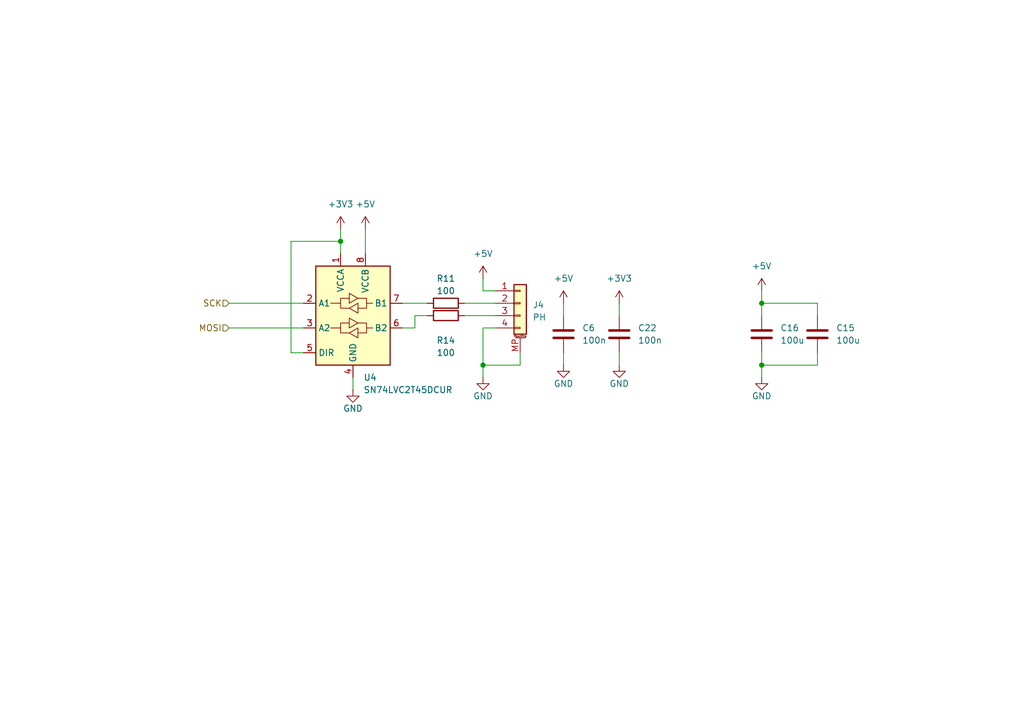
<source format=kicad_sch>
(kicad_sch (version 20250114) (generator "eeschema") (generator_version "9.0")
  (paper "A5")
  (lib_symbols
    (symbol "Connector_Generic_MountingPin:Conn_01x04_MountingPin" (pin_names (offset 1.016) (hide yes))
      (property "Reference" "J" (at 0 5.08 0))
      (property "Value" "Conn_01x04_MountingPin" (at 1.27 -7.62 0))
      (symbol "Conn_01x04_MountingPin_1_1"
        (rectangle (start -1.27 3.81) (end 1.27 -6.35) (stroke (width 0.254)) (fill (type background)))
        (rectangle (start -1.27 2.667) (end 0 2.413) (stroke (width 0.1524)))
        (rectangle (start -1.27 0.127) (end 0 -0.127) (stroke (width 0.1524)))
        (rectangle (start -1.27 -2.413) (end 0 -2.667) (stroke (width 0.1524)))
        (rectangle (start -1.27 -4.953) (end 0 -5.207) (stroke (width 0.1524)))
        (polyline (pts (xy -1.016 -7.112) (xy 1.016 -7.112)) (stroke (width 0.1524)))
        (text "Mounting" (at 0 -6.731 0) (effects (font (size 0.381 0.381))))
        (pin passive line (at -5.08 2.54 0) (length 3.81) (name "Pin_1") (number "1"))
        (pin passive line (at -5.08 0 0) (length 3.81) (name "Pin_2") (number "2"))
        (pin passive line (at -5.08 -2.54 0) (length 3.81) (name "Pin_3") (number "3"))
        (pin passive line (at -5.08 -5.08 0) (length 3.81) (name "Pin_4") (number "4"))
        (pin passive line (at 0 -10.16 90) (length 3.048) (name "MountPin") (number "MP"))
      )
    )
    (symbol "Device:C" (pin_numbers (hide yes)) (pin_names (offset 0.254))
      (property "Reference" "C" (at 0.635 2.54 0))
      (property "Value" "C" (at 0.635 -2.54 0))
      (symbol "C_0_1"
        (polyline (pts (xy -2.032 0.762) (xy 2.032 0.762)) (stroke (width 0.508)))
        (polyline (pts (xy -2.032 -0.762) (xy 2.032 -0.762)) (stroke (width 0.508)))
      )
      (symbol "C_1_1"
        (pin passive line (at 0 3.81 270) (length 2.794) (name "~") (number "1"))
        (pin passive line (at 0 -3.81 90) (length 2.794) (name "~") (number "2"))
      )
    )
    (symbol "Device:R" (pin_numbers (hide yes)) (pin_names (offset 0))
      (property "Reference" "R" (at 2.032 0 90))
      (property "Value" "R" (at 0 0 90))
      (symbol "R_0_1"
        (rectangle (start -1.016 -2.54) (end 1.016 2.54) (stroke (width 0.254)))
      )
      (symbol "R_1_1"
        (pin passive line (at 0 3.81 270) (length 1.27) (name "~") (number "1"))
        (pin passive line (at 0 -3.81 90) (length 1.27) (name "~") (number "2"))
      )
    )
    (symbol "Logic_LevelTranslator:SN74LVC2T45DCUR"
      (property "Reference" "U" (at -6.35 11.43 0))
      (property "Value" "SN74LVC2T45DCUR" (at 3.81 11.43 0))
      (symbol "SN74LVC2T45DCUR_0_1"
        (rectangle (start -7.62 10.16) (end 7.62 -10.16) (stroke (width 0.254)) (fill (type background)))
        (polyline (pts (xy -2.54 2.54) (xy -2.54 3.556) (xy -0.762 3.556)))
        (polyline (pts (xy -0.762 2.54) (xy -0.762 4.572) (xy 1.016 3.556) (xy -0.762 2.54)))
        (polyline (pts (xy -0.762 1.524) (xy -2.54 1.524) (xy -2.54 2.54) (xy -4.572 2.54)))
        (polyline (pts (xy 1.016 3.556) (xy 2.794 3.556) (xy 2.794 2.54) (xy 4.064 2.54)))
        (polyline (pts (xy 1.016 2.54) (xy 1.016 0.762) (xy 1.016 0.508) (xy -0.762 1.524) (xy 1.016 2.54)))
        (polyline (pts (xy 2.794 2.54) (xy 2.794 1.524) (xy 1.016 1.524)))
      )
      (symbol "SN74LVC2T45DCUR_1_1"
        (polyline (pts (xy -2.54 -2.54) (xy -2.54 -1.524) (xy -0.762 -1.524)))
        (polyline (pts (xy -0.762 -2.54) (xy -0.762 -0.508) (xy 1.016 -1.524) (xy -0.762 -2.54)))
        (polyline (pts (xy -0.762 -3.556) (xy -2.54 -3.556) (xy -2.54 -2.54) (xy -4.572 -2.54)))
        (polyline (pts (xy 1.016 -1.524) (xy 2.794 -1.524) (xy 2.794 -2.54) (xy 4.064 -2.54)))
        (polyline (pts (xy 1.016 -2.54) (xy 1.016 -4.318) (xy 1.016 -4.572) (xy -0.762 -3.556) (xy 1.016 -2.54)))
        (polyline (pts (xy 2.794 -2.54) (xy 2.794 -3.556) (xy 1.016 -3.556)))
        (pin bidirectional line (at -10.16 2.54 0) (length 2.54) (name "A1") (number "2"))
        (pin bidirectional line (at -10.16 -2.54 0) (length 2.54) (name "A2") (number "3"))
        (pin input line (at -10.16 -7.62 0) (length 2.54) (name "DIR") (number "5"))
        (pin power_in line (at -2.54 12.7 270) (length 2.54) (name "VCCA") (number "1"))
        (pin power_in line (at 0 -12.7 90) (length 2.54) (name "GND") (number "4"))
        (pin power_in line (at 2.54 12.7 270) (length 2.54) (name "VCCB") (number "8"))
        (pin bidirectional line (at 10.16 2.54 180) (length 2.54) (name "B1") (number "7"))
        (pin bidirectional line (at 10.16 -2.54 180) (length 2.54) (name "B2") (number "6"))
      )
    )
    (symbol "power:+3V3" (power) (pin_numbers (hide yes)) (pin_names (offset 0) (hide yes))
      (property "Value" "+3V3" (at 0 3.556 0))
      (symbol "+3V3_0_1"
        (polyline (pts (xy -0.762 1.27) (xy 0 2.54)))
        (polyline (pts (xy 0 2.54) (xy 0.762 1.27)))
        (polyline (pts (xy 0 0) (xy 0 2.54)))
      )
      (symbol "+3V3_1_1"
        (pin power_in line (at 0 0 90) (length 0) (name "~") (number "1"))
      )
    )
    (symbol "power:+5V" (power) (pin_numbers (hide yes)) (pin_names (offset 0) (hide yes))
      (property "Value" "+5V" (at 0 3.556 0))
      (symbol "+5V_0_1"
        (polyline (pts (xy -0.762 1.27) (xy 0 2.54)))
        (polyline (pts (xy 0 2.54) (xy 0.762 1.27)))
        (polyline (pts (xy 0 0) (xy 0 2.54)))
      )
      (symbol "+5V_1_1"
        (pin power_in line (at 0 0 90) (length 0) (name "~") (number "1"))
      )
    )
    (symbol "power:GND" (power) (pin_numbers (hide yes)) (pin_names (offset 0) (hide yes))
      (property "Value" "GND" (at 0 -3.81 0))
      (symbol "GND_0_1"
        (polyline (pts (xy 0 0) (xy 0 -1.27) (xy 1.27 -1.27) (xy 0 -2.54) (xy -1.27 -1.27) (xy 0 -1.27)))
      )
      (symbol "GND_1_1"
        (pin power_in line (at 0 0 270) (length 0) (name "~") (number "1"))
      )
    )
  )
  (junction (at 156.21 62.23))
  (junction (at 99.06 74.93))
  (junction (at 69.85 49.53))
  (junction (at 156.21 74.93))
  (wire (pts (xy 127 62.23) (xy 127 64.77)))
  (wire (pts (xy 69.85 49.53) (xy 69.85 52.07)))
  (wire (pts (xy 82.55 67.31) (xy 85.09 67.31)))
  (wire (pts (xy 156.21 72.39) (xy 156.21 74.93)))
  (wire (pts (xy 156.21 74.93) (xy 167.64 74.93)))
  (wire (pts (xy 167.64 72.39) (xy 167.64 74.93)))
  (wire (pts (xy 69.85 46.99) (xy 69.85 49.53)))
  (wire (pts (xy 62.23 72.39) (xy 59.69 72.39)))
  (wire (pts (xy 85.09 67.31) (xy 85.09 64.77)))
  (wire (pts (xy 156.21 74.93) (xy 156.21 77.47)))
  (wire (pts (xy 101.6 67.31) (xy 99.06 67.31)))
  (wire (pts (xy 74.93 46.99) (xy 74.93 52.07)))
  (wire (pts (xy 95.25 62.23) (xy 101.6 62.23)))
  (wire (pts (xy 59.69 49.53) (xy 69.85 49.53)))
  (wire (pts (xy 156.21 62.23) (xy 156.21 64.77)))
  (wire (pts (xy 167.64 62.23) (xy 167.64 64.77)))
  (wire (pts (xy 101.6 59.69) (xy 99.06 59.69)))
  (wire (pts (xy 99.06 59.69) (xy 99.06 57.15)))
  (wire (pts (xy 85.09 64.77) (xy 87.63 64.77)))
  (wire (pts (xy 115.57 72.39) (xy 115.57 74.93)))
  (wire (pts (xy 106.68 72.39) (xy 106.68 74.93)))
  (wire (pts (xy 59.69 72.39) (xy 59.69 49.53)))
  (wire (pts (xy 127 72.39) (xy 127 74.93)))
  (wire (pts (xy 72.39 77.47) (xy 72.39 80.01)))
  (wire (pts (xy 46.99 67.31) (xy 62.23 67.31)))
  (wire (pts (xy 46.99 62.23) (xy 62.23 62.23)))
  (wire (pts (xy 82.55 62.23) (xy 87.63 62.23)))
  (wire (pts (xy 156.21 59.69) (xy 156.21 62.23)))
  (wire (pts (xy 99.06 67.31) (xy 99.06 74.93)))
  (wire (pts (xy 95.25 64.77) (xy 101.6 64.77)))
  (wire (pts (xy 115.57 62.23) (xy 115.57 64.77)))
  (wire (pts (xy 99.06 74.93) (xy 106.68 74.93)))
  (wire (pts (xy 156.21 62.23) (xy 167.64 62.23)))
  (wire (pts (xy 99.06 74.93) (xy 99.06 77.47)))
  (hierarchical_label "MOSI" (shape input) (at 46.99 67.31 180))
  (hierarchical_label "SCK" (shape input) (at 46.99 62.23 180))
  (symbol (lib_id "power:GND") (at 99.06 77.47 0) (unit 1)
    (property "Reference" "#PWR027" (effects (hide yes)))
    (property "Value" "GND" (at 99.06 81.28 0))
    (property "Description" "Power symbol creates a global label with name \"GND\" , ground" (effects (hide yes)))
    (instances (project "quakelight" (path "" (reference "#PWR029") (unit 1)) (path "" (reference "#PWR038") (unit 1)) (path "" (reference "#PWR027") (unit 1))))
  )
  (symbol (lib_id "power:+5V") (at 99.06 57.15 0) (mirror y) (unit 1)
    (property "Reference" "#PWR013" (effects (hide yes)))
    (property "Value" "+5V" (at 99.06 52.07 0))
    (property "Description" "Power symbol creates a global label with name \"+5V\"" (effects (hide yes)))
    (instances (project "quakelight" (path "" (reference "#PWR028") (unit 1)) (path "" (reference "#PWR035") (unit 1)) (path "" (reference "#PWR013") (unit 1))))
  )
  (symbol (lib_id "power:+5V") (at 115.57 62.23 0) (mirror y) (unit 1)
    (property "Reference" "#PWR022" (effects (hide yes)))
    (property "Value" "+5V" (at 115.57 57.15 0))
    (property "Description" "Power symbol creates a global label with name \"+5V\"" (effects (hide yes)))
    (instances (project "quakelight" (path "" (reference "#PWR030") (unit 1)) (path "" (reference "#PWR046") (unit 1)) (path "" (reference "#PWR022") (unit 1))))
  )
  (symbol (lib_id "Device:R") (at 91.44 62.23 270) (mirror x) (unit 1)
    (property "Reference" "R8" (at 91.44 57.15 90))
    (property "Value" "100" (at 91.44 59.69 90))
    (property "Footprint" "balto:R_0402_Worthington" (effects (hide yes)))
    (property "Description" "Resistor" (effects (hide yes)))
    (instances (project "quakelight" (path "" (reference "R11") (unit 1)) (path "" (reference "R15") (unit 1)) (path "" (reference "R8") (unit 1))))
  )
  (symbol (lib_id "Device:C") (at 167.64 68.58 0) (unit 1)
    (property "Reference" "C8" (at 171.45 67.3099 0) (effects (justify left)))
    (property "Value" "100u" (at 171.45 69.8499 0) (effects (justify left)))
    (property "Footprint" "Capacitor_SMD:C_1206_3216Metric" (effects (hide yes)))
    (property "Description" "Unpolarized capacitor" (effects (hide yes)))
    (instances (project "quakelight" (path "" (reference "C15") (unit 1)) (path "" (reference "C13") (unit 1)) (path "" (reference "C8") (unit 1))))
  )
  (symbol (lib_id "power:+3V3") (at 127 62.23 0) (unit 1)
    (property "Reference" "#PWR050" (effects (hide yes)))
    (property "Value" "+3V3" (at 127 57.15 0))
    (property "Description" "Power symbol creates a global label with name \"+3V3\"" (effects (hide yes)))
    (instances (project "quakelight" (path "" (reference "#PWR055") (unit 1)) (path "" (reference "#PWR052") (unit 1)) (path "" (reference "#PWR050") (unit 1))))
  )
  (symbol (lib_id "power:+5V") (at 74.93 46.99 0) (mirror y) (unit 1)
    (property "Reference" "#PWR014" (effects (hide yes)))
    (property "Value" "+5V" (at 74.93 41.91 0))
    (property "Description" "Power symbol creates a global label with name \"+5V\"" (effects (hide yes)))
    (instances (project "quakelight" (path "" (reference "#PWR025") (unit 1)) (path "" (reference "#PWR034") (unit 1)) (path "" (reference "#PWR014") (unit 1))))
  )
  (symbol (lib_id "Logic_LevelTranslator:SN74LVC2T45DCUR") (at 72.39 64.77 0) (unit 1)
    (property "Reference" "U8" (at 74.5333 77.47 0) (effects (justify left)))
    (property "Value" "SN74LVC2T45DCUR" (at 74.5333 80.01 0) (effects (justify left)))
    (property "Footprint" "Package_SO:VSSOP-8_2.3x2mm_P0.5mm" (effects (hide yes)))
    (property "Datasheet" "http://www.ti.com/lit/ds/symlink/sn74lvc2t45.pdf" (effects (hide yes)))
    (property "Description" "Dual-Bit Dual-Supply Bus Transceiver With Configurable Voltage Translation and 3-State Outputs, VSSOP-8" (effects (hide yes)))
    (instances (project "quakelight" (path "" (reference "U4") (unit 1)) (path "" (reference "U5") (unit 1)) (path "" (reference "U8") (unit 1))))
  )
  (symbol (lib_id "Device:C") (at 127 68.58 0) (unit 1)
    (property "Reference" "C20" (at 130.81 67.3099 0) (effects (justify left)))
    (property "Value" "100n" (at 130.81 69.8499 0) (effects (justify left)))
    (property "Footprint" "balto:C_0402_Worthington" (effects (hide yes)))
    (property "Description" "Unpolarized capacitor" (effects (hide yes)))
    (instances (project "quakelight" (path "" (reference "C22") (unit 1)) (path "" (reference "C21") (unit 1)) (path "" (reference "C20") (unit 1))))
  )
  (symbol (lib_id "power:GND") (at 72.39 80.01 0) (unit 1)
    (property "Reference" "#PWR020" (effects (hide yes)))
    (property "Value" "GND" (at 72.39 83.82 0))
    (property "Description" "Power symbol creates a global label with name \"GND\" , ground" (effects (hide yes)))
    (instances (project "quakelight" (path "" (reference "#PWR024") (unit 1)) (path "" (reference "#PWR033") (unit 1)) (path "" (reference "#PWR020") (unit 1))))
  )
  (symbol (lib_id "power:+3V3") (at 69.85 46.99 0) (unit 1)
    (property "Reference" "#PWR045" (effects (hide yes)))
    (property "Value" "+3V3" (at 69.85 41.91 0))
    (property "Description" "Power symbol creates a global label with name \"+3V3\"" (effects (hide yes)))
    (instances (project "quakelight" (path "" (reference "#PWR023") (unit 1)) (path "" (reference "#PWR032") (unit 1)) (path "" (reference "#PWR045") (unit 1))))
  )
  (symbol (lib_id "Device:C") (at 115.57 68.58 0) (unit 1)
    (property "Reference" "C5" (at 119.38 67.31 0) (effects (justify left)))
    (property "Value" "100n" (at 119.38 69.85 0) (effects (justify left)))
    (property "Footprint" "balto:C_0402_Worthington" (effects (hide yes)))
    (property "Description" "Unpolarized capacitor" (effects (hide yes)))
    (instances (project "quakelight" (path "" (reference "C6") (unit 1)) (path "" (reference "C10") (unit 1)) (path "" (reference "C5") (unit 1))))
  )
  (symbol (lib_id "Device:R") (at 91.44 64.77 270) (mirror x) (unit 1)
    (property "Reference" "R10" (at 91.44 69.85 90))
    (property "Value" "100" (at 91.44 72.39 90))
    (property "Footprint" "balto:R_0402_Worthington" (effects (hide yes)))
    (property "Description" "Resistor" (effects (hide yes)))
    (instances (project "quakelight" (path "" (reference "R14") (unit 1)) (path "" (reference "R16") (unit 1)) (path "" (reference "R10") (unit 1))))
  )
  (symbol (lib_id "power:+5V") (at 156.21 59.69 0) (mirror y) (unit 1)
    (property "Reference" "#PWR048" (effects (hide yes)))
    (property "Value" "+5V" (at 156.21 54.61 0))
    (property "Description" "Power symbol creates a global label with name \"+5V\"" (effects (hide yes)))
    (instances (project "quakelight" (path "" (reference "#PWR074") (unit 1)) (path "" (reference "#PWR070") (unit 1)) (path "" (reference "#PWR048") (unit 1))))
  )
  (symbol (lib_id "Connector_Generic_MountingPin:Conn_01x04_MountingPin") (at 106.68 62.23 0) (unit 1)
    (property "Reference" "J9" (at 109.22 62.5855 0) (effects (justify left)))
    (property "Value" "PH" (at 109.22 65.1255 0) (effects (justify left)))
    (property "Footprint" "Connector_JST:JST_PH_S4B-PH-SM4-TB_1x04-1MP_P2.00mm_Horizontal" (effects (hide yes)))
    (property "Description" "Generic connectable mounting pin connector, single row, 01x04, script generated (kicad-library-utils/schlib/autogen/connector/)" (effects (hide yes)))
    (instances (project "quakelight" (path "" (reference "J4") (unit 1)) (path "" (reference "J5") (unit 1)) (path "" (reference "J9") (unit 1))))
  )
  (symbol (lib_id "Device:C") (at 156.21 68.58 0) (unit 1)
    (property "Reference" "C4" (at 160.02 67.31 0) (effects (justify left)))
    (property "Value" "100u" (at 160.02 69.85 0) (effects (justify left)))
    (property "Footprint" "Capacitor_SMD:C_1206_3216Metric" (effects (hide yes)))
    (property "Description" "Unpolarized capacitor" (effects (hide yes)))
    (instances (project "quakelight" (path "" (reference "C16") (unit 1)) (path "" (reference "C14") (unit 1)) (path "" (reference "C4") (unit 1))))
  )
  (symbol (lib_id "power:GND") (at 156.21 77.47 0) (unit 1)
    (property "Reference" "#PWR049" (effects (hide yes)))
    (property "Value" "GND" (at 156.21 81.28 0))
    (property "Description" "Power symbol creates a global label with name \"GND\" , ground" (effects (hide yes)))
    (instances (project "quakelight" (path "" (reference "#PWR075") (unit 1)) (path "" (reference "#PWR072") (unit 1)) (path "" (reference "#PWR049") (unit 1))))
  )
  (symbol (lib_id "power:GND") (at 115.57 74.93 0) (unit 1)
    (property "Reference" "#PWR021" (effects (hide yes)))
    (property "Value" "GND" (at 115.57 78.74 0))
    (property "Description" "Power symbol creates a global label with name \"GND\" , ground" (effects (hide yes)))
    (instances (project "quakelight" (path "" (reference "#PWR031") (unit 1)) (path "" (reference "#PWR047") (unit 1)) (path "" (reference "#PWR021") (unit 1))))
  )
  (symbol (lib_id "power:GND") (at 127 74.93 0) (unit 1)
    (property "Reference" "#PWR051" (effects (hide yes)))
    (property "Value" "GND" (at 127 78.74 0))
    (property "Description" "Power symbol creates a global label with name \"GND\" , ground" (effects (hide yes)))
    (instances (project "quakelight" (path "" (reference "#PWR056") (unit 1)) (path "" (reference "#PWR054") (unit 1)) (path "" (reference "#PWR051") (unit 1))))
  )
)
</source>
